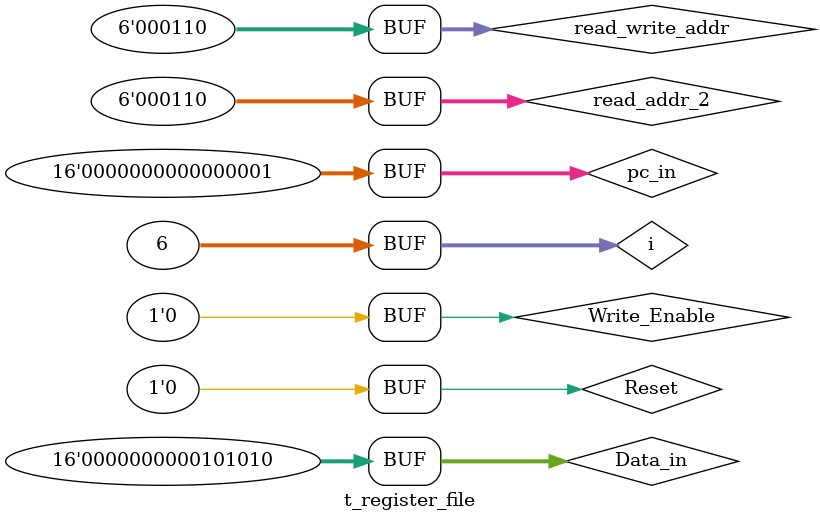
<source format=v>
`timescale 1ns / 1ps


module t_register_file;

	// Inputs
	reg [15:0] Data_in;
	reg [5:0] read_write_addr;
	reg [5:0] read_addr_2;
	//reg [5:0] Write_addr;
	reg [15:0] pc_in;
	reg Write_Enable;
	reg Reset;
	reg mem_to_reg_data;

	// Outputs
	wire [15:0] Data_Out_1;
	wire [15:0] Data_Out_2;
	
	wire [15:0] Reg0;
	wire [15:0] Reg1;
	wire [15:0] Reg2;
	wire [15:0] Reg3;
	wire [15:0] Reg4;
	wire [15:0] Reg5;
	wire [15:0] Reg6;

	// Instantiate the Unit Under Test (UUT)
	Register_File uut (
		.Data_in(Data_in), 
		.read_write_addr(read_write_addr), 
		.read_addr_2(read_addr_2), 
		//.Write_addr(Write_addr), 
		.pc_in(pc_in), 
		.Write_Enable(Write_Enable), 
		.Reset(Reset),
		.mem_to_reg_data(mem_to_reg_data),
		.Data_Out_1(Data_Out_1), 
		.Data_Out_2(Data_Out_2),
		.Reg0(Reg0),
		.Reg1(Reg1),
		.Reg2(Reg2),
		.Reg3(Reg3),
		.Reg4(Reg4),
		.Reg5(Reg5),
		.Reg6(Reg6)
	);

	integer i;
	initial begin
		// Initialize Inputs
		Data_in = 0;
		pc_in = 0;
		read_write_addr = 0;
		read_addr_2 = 0;
		//Write_addr = 0;
		Write_Enable = 0;
		Reset = 0;

		// Wait 100 ns for global reset to finish
		#100;
		
		pc_in = 1;
			 
		// Add stimulus here
	
		
		
		
		for ( i=0;i<6;i=i+1 ) begin
			read_write_addr = i;
			read_addr_2 = i + 1;
			#20 Write_Enable = 1;
			#20 Data_in = i[15:0];
			#10 Write_Enable = 0;
		end
		
		#50;
		
	/*	for ( i=0;i<6;i=i+1 ) begin	
			#10 read_write_addr = i;
			#10 Read_addr_2 = i+1;
		end*/
		#20 Reset = 1;
		#10 Reset = 0;
		
		Data_in = 42;
		read_write_addr = 6;
		Write_Enable = 1;
		#20 Write_Enable = 0;
	

	end
      
endmodule


</source>
